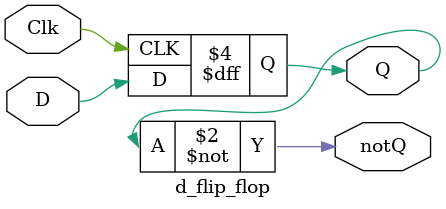
<source format=v>
module d_flip_flop(
    input D, Clk,
    output reg Q,
    output notQ
 );
 
 initial begin
    Q <= 0; 
 end
 
 always @(posedge Clk) begin
    Q <= D;
 end 
     
 assign notQ = ~Q;   
    
endmodule

</source>
